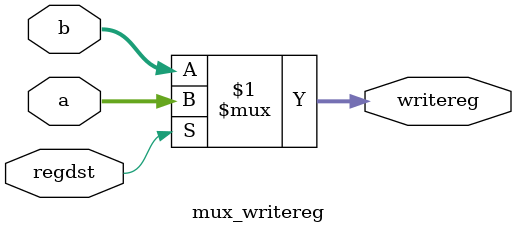
<source format=v>

module mux_writereg(a,b,regdst,writereg);

input[4:0]a,b;
input regdst;
output[4:0]writereg;
 assign writereg=(regdst) ? a : b;
endmodule


</source>
